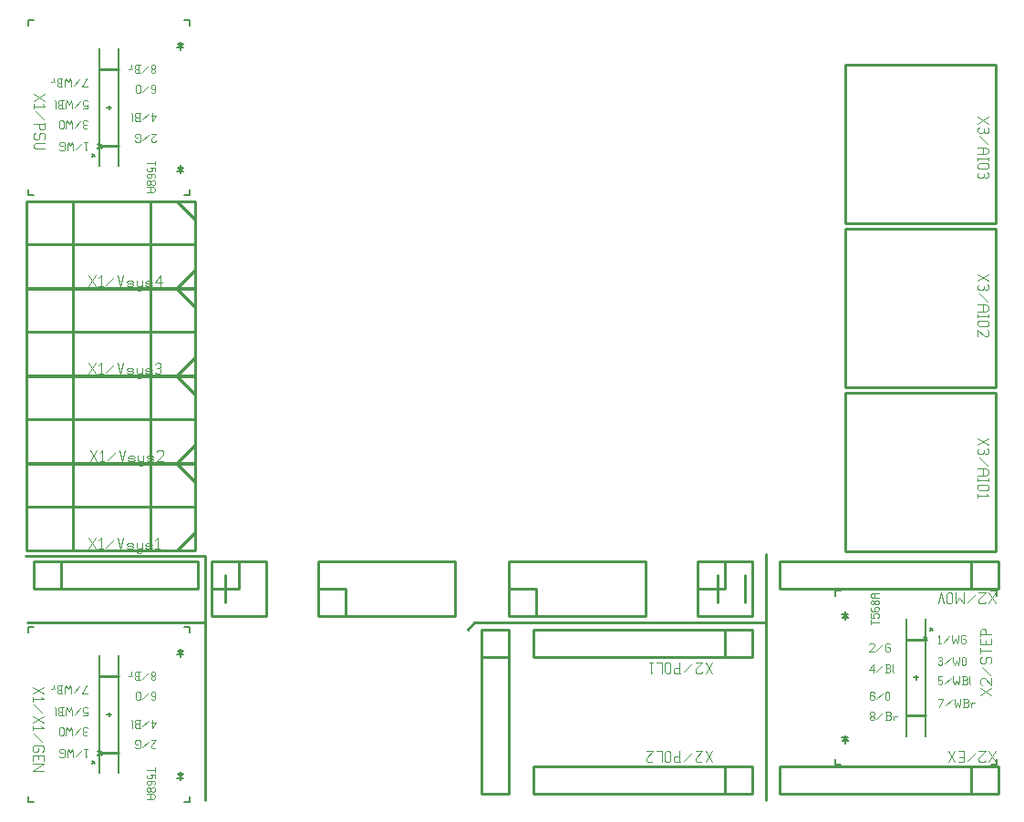
<source format=gbr>
G04 start of page 8 for group -4079 idx -4079 *
G04 Title: (unknown), topsilk *
G04 Creator: pcb 1.99z *
G04 CreationDate: Sat 29 Oct 2016 01:04:31 AM GMT UTC *
G04 For: commonadmin *
G04 Format: Gerber/RS-274X *
G04 PCB-Dimensions (mil): 4000.00 3000.00 *
G04 PCB-Coordinate-Origin: lower left *
%MOIN*%
%FSLAX25Y25*%
%LNTOPSILK*%
%ADD95C,0.0040*%
%ADD94C,0.0030*%
%ADD93C,0.0060*%
%ADD92C,0.0100*%
G54D92*X77500Y93031D02*Y83031D01*
X4500Y100031D02*X70000D01*
Y10531D01*
Y75531D02*X5000D01*
G54D93*X32358Y28705D02*X30783Y27130D01*
Y28705D02*X32358Y27130D01*
G54D92*X257500Y93031D02*Y83031D01*
X267500Y93031D02*Y83031D01*
X275000Y100531D02*Y10531D01*
Y75531D02*X168531D01*
X166000Y73000D01*
G54D93*X32358Y250673D02*X30783Y249098D01*
Y250673D02*X32358Y249098D01*
X332642Y68874D02*X334217Y70449D01*
Y68874D02*X332642Y70449D01*
G54D94*X51726Y22543D02*Y21043D01*
X48726Y21793D02*X51726D01*
Y20143D02*Y18643D01*
X50226Y20143D02*X51726D01*
X50226D02*X50601Y19768D01*
Y19018D01*
X50226Y18643D01*
X49101D02*X50226D01*
X48726Y19018D02*X49101Y18643D01*
X48726Y19768D02*Y19018D01*
X49101Y20143D02*X48726Y19768D01*
X51726Y16618D02*X51351Y16243D01*
X51726Y17368D02*Y16618D01*
X51351Y17743D02*X51726Y17368D01*
X49101Y17743D02*X51351D01*
X49101D02*X48726Y17368D01*
X50376Y16618D02*X50001Y16243D01*
X50376Y17743D02*Y16618D01*
X48726Y17368D02*Y16618D01*
X49101Y16243D01*
X50001D01*
X49101Y15343D02*X48726Y14968D01*
X49101Y15343D02*X49701D01*
X50226Y14818D01*
Y14368D01*
X49701Y13843D01*
X49101D02*X49701D01*
X48726Y14218D02*X49101Y13843D01*
X48726Y14968D02*Y14218D01*
X50751Y15343D02*X50226Y14818D01*
X50751Y15343D02*X51351D01*
X51726Y14968D01*
Y14218D01*
X51351Y13843D01*
X50751D02*X51351D01*
X50226Y14368D02*X50751Y13843D01*
X48726Y12943D02*X50976D01*
X51726Y12418D01*
Y11593D01*
X50976Y11068D01*
X48726D02*X50976D01*
X50226Y12943D02*Y11068D01*
X52220Y29908D02*X51845Y29533D01*
X50720D02*X51845D01*
X50720D02*X50345Y29908D01*
Y30658D02*Y29908D01*
X52220Y32533D02*X50345Y30658D01*
Y32533D02*X52220D01*
X49445Y32158D02*X47195Y29908D01*
X44795Y29533D02*X44420Y29908D01*
X44795Y29533D02*X45920D01*
X46295Y29908D02*X45920Y29533D01*
X46295Y32158D02*Y29908D01*
Y32158D02*X45920Y32533D01*
X44795D02*X45920D01*
X44795D02*X44420Y32158D01*
Y31408D01*
X44795Y31033D02*X44420Y31408D01*
X44795Y31033D02*X45545D01*
X52220Y39066D02*X50720Y37191D01*
X50345Y39066D02*X52220D01*
X50720Y40191D02*Y37191D01*
X49445Y39816D02*X47195Y37566D01*
X44795Y40191D02*X46295D01*
X44795D02*X44420Y39816D01*
Y38916D01*
X44795Y38541D02*X44420Y38916D01*
X44795Y38541D02*X45920D01*
Y40191D02*Y37191D01*
X44795D02*X46295D01*
X44795D02*X44420Y37566D01*
Y38166D02*Y37566D01*
X44795Y38541D02*X44420Y38166D01*
X43520Y39816D02*Y37191D01*
Y39816D02*X43145Y40191D01*
X50702Y47348D02*X50327Y47723D01*
X50702Y47348D02*X51452D01*
X51827Y47723D02*X51452Y47348D01*
X51827Y49973D02*Y47723D01*
Y49973D02*X51452Y50348D01*
X50702Y48698D02*X50327Y49073D01*
X50702Y48698D02*X51827D01*
X50702Y50348D02*X51452D01*
X50702D02*X50327Y49973D01*
Y49073D01*
X49427Y49973D02*X47177Y47723D01*
X46277Y49973D02*Y47723D01*
X45902Y47348D01*
X45152D02*X45902D01*
X45152D02*X44777Y47723D01*
Y49973D02*Y47723D01*
X45152Y50348D02*X44777Y49973D01*
X45152Y50348D02*X45902D01*
X46277Y49973D02*X45902Y50348D01*
X51827Y57237D02*X51452Y57612D01*
X51827Y57237D02*Y56637D01*
X51302Y56112D01*
X50852D02*X51302D01*
X50852D02*X50327Y56637D01*
Y57237D02*Y56637D01*
X50702Y57612D02*X50327Y57237D01*
X50702Y57612D02*X51452D01*
X51827Y55587D02*X51302Y56112D01*
X51827Y55587D02*Y54987D01*
X51452Y54612D01*
X50702D02*X51452D01*
X50702D02*X50327Y54987D01*
Y55587D02*Y54987D01*
X50852Y56112D02*X50327Y55587D01*
X49427Y57237D02*X47177Y54987D01*
X44777Y57612D02*X46277D01*
X44777D02*X44402Y57237D01*
Y56337D01*
X44777Y55962D02*X44402Y56337D01*
X44777Y55962D02*X45902D01*
Y57612D02*Y54612D01*
X44777D02*X46277D01*
X44777D02*X44402Y54987D01*
Y55587D02*Y54987D01*
X44777Y55962D02*X44402Y55587D01*
X43127Y57612D02*Y56487D01*
X42752Y56112D01*
X42002D02*X42752D01*
X43502D02*X43127Y56487D01*
X313274Y76535D02*Y75035D01*
Y75785D02*X316274D01*
X313274Y78935D02*Y77435D01*
X314774D01*
X314399Y77810D01*
Y78560D02*Y77810D01*
Y78560D02*X314774Y78935D01*
X315899D01*
X316274Y78560D02*X315899Y78935D01*
X316274Y78560D02*Y77810D01*
X315899Y77435D02*X316274Y77810D01*
X313274Y80960D02*X313649Y81335D01*
X313274Y80960D02*Y80210D01*
X313649Y79835D02*X313274Y80210D01*
X313649Y79835D02*X315899D01*
X316274Y80210D01*
X314624Y80960D02*X314999Y81335D01*
X314624Y80960D02*Y79835D01*
X316274Y80960D02*Y80210D01*
Y80960D02*X315899Y81335D01*
X314999D02*X315899D01*
Y82235D02*X316274Y82610D01*
X315299Y82235D02*X315899D01*
X315299D02*X314774Y82760D01*
Y83210D02*Y82760D01*
Y83210D02*X315299Y83735D01*
X315899D01*
X316274Y83360D02*X315899Y83735D01*
X316274Y83360D02*Y82610D01*
X314249Y82235D02*X314774Y82760D01*
X313649Y82235D02*X314249D01*
X313649D02*X313274Y82610D01*
Y83360D02*Y82610D01*
Y83360D02*X313649Y83735D01*
X314249D01*
X314774Y83210D02*X314249Y83735D01*
X314024Y84635D02*X316274D01*
X314024D02*X313274Y85160D01*
Y85985D02*Y85160D01*
Y85985D02*X314024Y86510D01*
X316274D01*
X314774D02*Y84635D01*
X337957Y70516D02*X338557Y71116D01*
Y68116D01*
X337957D02*X339082D01*
X339982Y68491D02*X342232Y70741D01*
X343132Y71116D02*Y69616D01*
X343507Y68116D01*
X344257Y69616D01*
X345007Y68116D01*
X345382Y69616D01*
Y71116D02*Y69616D01*
X347782Y71116D02*X348157Y70741D01*
X346657Y71116D02*X347782D01*
X346282Y70741D02*X346657Y71116D01*
X346282Y70741D02*Y68491D01*
X346657Y68116D01*
X347782D01*
X348157Y68491D01*
Y69241D02*Y68491D01*
X347782Y69616D02*X348157Y69241D01*
X347032Y69616D02*X347782D01*
X312780Y67670D02*X313155Y68045D01*
X314280D01*
X314655Y67670D01*
Y66920D01*
X312780Y65045D02*X314655Y66920D01*
X312780Y65045D02*X314655D01*
X315555Y65420D02*X317805Y67670D01*
X320205Y68045D02*X320580Y67670D01*
X319080Y68045D02*X320205D01*
X318705Y67670D02*X319080Y68045D01*
X318705Y67670D02*Y65420D01*
X319080Y65045D01*
X320205D01*
X320580Y65420D01*
Y66170D02*Y65420D01*
X320205Y66545D02*X320580Y66170D01*
X319455Y66545D02*X320205D01*
X338016Y62788D02*X338391Y63163D01*
X339141D01*
X339516Y62788D01*
X339141Y60163D02*X339516Y60538D01*
X338391Y60163D02*X339141D01*
X338016Y60538D02*X338391Y60163D01*
Y61813D02*X339141D01*
X339516Y62788D02*Y62188D01*
Y61438D02*Y60538D01*
Y61438D02*X339141Y61813D01*
X339516Y62188D02*X339141Y61813D01*
X340416Y60538D02*X342666Y62788D01*
X343566Y63163D02*Y61663D01*
X343941Y60163D01*
X344691Y61663D01*
X345441Y60163D01*
X345816Y61663D01*
Y63163D02*Y61663D01*
X346716Y62788D02*Y60538D01*
Y62788D02*X347091Y63163D01*
X347841D01*
X348216Y62788D01*
Y60538D01*
X347841Y60163D02*X348216Y60538D01*
X347091Y60163D02*X347841D01*
X346716Y60538D02*X347091Y60163D01*
X312780Y58513D02*X314280Y60388D01*
X312780Y58513D02*X314655D01*
X314280Y60388D02*Y57388D01*
X315555Y57763D02*X317805Y60013D01*
X318705Y57388D02*X320205D01*
X320580Y57763D01*
Y58663D02*Y57763D01*
X320205Y59038D02*X320580Y58663D01*
X319080Y59038D02*X320205D01*
X319080Y60388D02*Y57388D01*
X318705Y60388D02*X320205D01*
X320580Y60013D01*
Y59413D01*
X320205Y59038D02*X320580Y59413D01*
X321480Y60388D02*Y57763D01*
X321855Y57388D01*
X338016Y55900D02*X339516D01*
X338016D02*Y54400D01*
X338391Y54775D01*
X339141D01*
X339516Y54400D01*
Y53275D01*
X339141Y52900D02*X339516Y53275D01*
X338391Y52900D02*X339141D01*
X338016Y53275D02*X338391Y52900D01*
X340416Y53275D02*X342666Y55525D01*
X343566Y55900D02*Y54400D01*
X343941Y52900D01*
X344691Y54400D01*
X345441Y52900D01*
X345816Y54400D01*
Y55900D02*Y54400D01*
X346716Y52900D02*X348216D01*
X348591Y53275D01*
Y54175D02*Y53275D01*
X348216Y54550D02*X348591Y54175D01*
X347091Y54550D02*X348216D01*
X347091Y55900D02*Y52900D01*
X346716Y55900D02*X348216D01*
X348591Y55525D01*
Y54925D01*
X348216Y54550D02*X348591Y54925D01*
X349491Y55900D02*Y53275D01*
X349866Y52900D01*
X338391Y44848D02*X339891Y47848D01*
X338016D02*X339891D01*
X340791Y45223D02*X343041Y47473D01*
X343941Y47848D02*Y46348D01*
X344316Y44848D01*
X345066Y46348D01*
X345816Y44848D01*
X346191Y46348D01*
Y47848D02*Y46348D01*
X347091Y44848D02*X348591D01*
X348966Y45223D01*
Y46123D02*Y45223D01*
X348591Y46498D02*X348966Y46123D01*
X347466Y46498D02*X348591D01*
X347466Y47848D02*Y44848D01*
X347091Y47848D02*X348591D01*
X348966Y47473D01*
Y46873D01*
X348591Y46498D02*X348966Y46873D01*
X350241Y45973D02*Y44848D01*
Y45973D02*X350616Y46348D01*
X351366D01*
X349866D02*X350241Y45973D01*
X314298Y50230D02*X314673Y49855D01*
X313548Y50230D02*X314298D01*
X313173Y49855D02*X313548Y50230D01*
X313173Y49855D02*Y47605D01*
X313548Y47230D01*
X314298Y48880D02*X314673Y48505D01*
X313173Y48880D02*X314298D01*
X313548Y47230D02*X314298D01*
X314673Y47605D01*
Y48505D02*Y47605D01*
X315573D02*X317823Y49855D01*
X318723D02*Y47605D01*
Y49855D02*X319098Y50230D01*
X319848D01*
X320223Y49855D01*
Y47605D01*
X319848Y47230D02*X320223Y47605D01*
X319098Y47230D02*X319848D01*
X318723Y47605D02*X319098Y47230D01*
X313173Y40342D02*X313548Y39967D01*
X313173Y40942D02*Y40342D01*
Y40942D02*X313698Y41467D01*
X314148D01*
X314673Y40942D01*
Y40342D01*
X314298Y39967D02*X314673Y40342D01*
X313548Y39967D02*X314298D01*
X313173Y41992D02*X313698Y41467D01*
X313173Y42592D02*Y41992D01*
Y42592D02*X313548Y42967D01*
X314298D01*
X314673Y42592D01*
Y41992D01*
X314148Y41467D02*X314673Y41992D01*
X315573Y40342D02*X317823Y42592D01*
X318723Y39967D02*X320223D01*
X320598Y40342D01*
Y41242D02*Y40342D01*
X320223Y41617D02*X320598Y41242D01*
X319098Y41617D02*X320223D01*
X319098Y42967D02*Y39967D01*
X318723Y42967D02*X320223D01*
X320598Y42592D01*
Y41992D01*
X320223Y41617D02*X320598Y41992D01*
X321873Y41092D02*Y39967D01*
Y41092D02*X322248Y41467D01*
X322998D01*
X321498D02*X321873Y41092D01*
X27043Y249031D02*X26443Y248431D01*
Y251431D02*Y248431D01*
X25918Y251431D02*X27043D01*
X25018Y251056D02*X22768Y248806D01*
X21868Y249931D02*Y248431D01*
Y249931D02*X21493Y251431D01*
X20743Y249931D01*
X19993Y251431D01*
X19618Y249931D01*
Y248431D01*
X17218D02*X16843Y248806D01*
X17218Y248431D02*X18343D01*
X18718Y248806D02*X18343Y248431D01*
X18718Y251056D02*Y248806D01*
Y251056D02*X18343Y251431D01*
X17218D02*X18343D01*
X17218D02*X16843Y251056D01*
Y250306D01*
X17218Y249931D02*X16843Y250306D01*
X17218Y249931D02*X17968D01*
X26984Y256759D02*X26609Y256384D01*
X25859D02*X26609D01*
X25859D02*X25484Y256759D01*
X25859Y259384D02*X25484Y259009D01*
X25859Y259384D02*X26609D01*
X26984Y259009D02*X26609Y259384D01*
X25859Y257734D02*X26609D01*
X25484Y257359D02*Y256759D01*
Y259009D02*Y258109D01*
X25859Y257734D01*
X25484Y257359D02*X25859Y257734D01*
X24584Y259009D02*X22334Y256759D01*
X21434Y257884D02*Y256384D01*
Y257884D02*X21059Y259384D01*
X20309Y257884D01*
X19559Y259384D01*
X19184Y257884D01*
Y256384D01*
X18284Y259009D02*Y256759D01*
X17909Y256384D01*
X17159D02*X17909D01*
X17159D02*X16784Y256759D01*
Y259009D02*Y256759D01*
X17159Y259384D02*X16784Y259009D01*
X17159Y259384D02*X17909D01*
X18284Y259009D02*X17909Y259384D01*
X25484Y263648D02*X26984D01*
Y265148D02*Y263648D01*
Y265148D02*X26609Y264773D01*
X25859D02*X26609D01*
X25859D02*X25484Y265148D01*
Y266273D02*Y265148D01*
X25859Y266648D02*X25484Y266273D01*
X25859Y266648D02*X26609D01*
X26984Y266273D02*X26609Y266648D01*
X24584Y266273D02*X22334Y264023D01*
X21434Y265148D02*Y263648D01*
Y265148D02*X21059Y266648D01*
X20309Y265148D01*
X19559Y266648D01*
X19184Y265148D01*
Y263648D01*
X16784Y266648D02*X18284D01*
X16784D02*X16409Y266273D01*
Y265373D01*
X16784Y264998D02*X16409Y265373D01*
X16784Y264998D02*X17909D01*
Y266648D02*Y263648D01*
X16784D02*X18284D01*
X16784D02*X16409Y264023D01*
Y264623D02*Y264023D01*
X16784Y264998D02*X16409Y264623D01*
X15509Y266273D02*Y263648D01*
Y266273D02*X15134Y266648D01*
X51726Y244512D02*Y243012D01*
X48726Y243762D02*X51726D01*
Y242112D02*Y240612D01*
X50226Y242112D02*X51726D01*
X50226D02*X50601Y241737D01*
Y240987D01*
X50226Y240612D01*
X49101D02*X50226D01*
X48726Y240987D02*X49101Y240612D01*
X48726Y241737D02*Y240987D01*
X49101Y242112D02*X48726Y241737D01*
X51726Y238587D02*X51351Y238212D01*
X51726Y239337D02*Y238587D01*
X51351Y239712D02*X51726Y239337D01*
X49101Y239712D02*X51351D01*
X49101D02*X48726Y239337D01*
X50376Y238587D02*X50001Y238212D01*
X50376Y239712D02*Y238587D01*
X48726Y239337D02*Y238587D01*
X49101Y238212D01*
X50001D01*
X49101Y237312D02*X48726Y236937D01*
X49101Y237312D02*X49701D01*
X50226Y236787D01*
Y236337D01*
X49701Y235812D01*
X49101D02*X49701D01*
X48726Y236187D02*X49101Y235812D01*
X48726Y236937D02*Y236187D01*
X50751Y237312D02*X50226Y236787D01*
X50751Y237312D02*X51351D01*
X51726Y236937D01*
Y236187D01*
X51351Y235812D01*
X50751D02*X51351D01*
X50226Y236337D02*X50751Y235812D01*
X48726Y234912D02*X50976D01*
X51726Y234387D01*
Y233562D01*
X50976Y233037D01*
X48726D02*X50976D01*
X50226Y234912D02*Y233037D01*
X52220Y251877D02*X51845Y251502D01*
X50720D02*X51845D01*
X50720D02*X50345Y251877D01*
Y252627D02*Y251877D01*
X52220Y254502D02*X50345Y252627D01*
Y254502D02*X52220D01*
X49445Y254127D02*X47195Y251877D01*
X44795Y251502D02*X44420Y251877D01*
X44795Y251502D02*X45920D01*
X46295Y251877D02*X45920Y251502D01*
X46295Y254127D02*Y251877D01*
Y254127D02*X45920Y254502D01*
X44795D02*X45920D01*
X44795D02*X44420Y254127D01*
Y253377D01*
X44795Y253002D02*X44420Y253377D01*
X44795Y253002D02*X45545D01*
X52220Y261034D02*X50720Y259159D01*
X50345Y261034D02*X52220D01*
X50720Y262159D02*Y259159D01*
X49445Y261784D02*X47195Y259534D01*
X44795Y262159D02*X46295D01*
X44795D02*X44420Y261784D01*
Y260884D01*
X44795Y260509D02*X44420Y260884D01*
X44795Y260509D02*X45920D01*
Y262159D02*Y259159D01*
X44795D02*X46295D01*
X44795D02*X44420Y259534D01*
Y260134D02*Y259534D01*
X44795Y260509D02*X44420Y260134D01*
X43520Y261784D02*Y259159D01*
Y261784D02*X43145Y262159D01*
X50702Y269317D02*X50327Y269692D01*
X50702Y269317D02*X51452D01*
X51827Y269692D02*X51452Y269317D01*
X51827Y271942D02*Y269692D01*
Y271942D02*X51452Y272317D01*
X50702Y270667D02*X50327Y271042D01*
X50702Y270667D02*X51827D01*
X50702Y272317D02*X51452D01*
X50702D02*X50327Y271942D01*
Y271042D01*
X49427Y271942D02*X47177Y269692D01*
X46277Y271942D02*Y269692D01*
X45902Y269317D01*
X45152D02*X45902D01*
X45152D02*X44777Y269692D01*
Y271942D02*Y269692D01*
X45152Y272317D02*X44777Y271942D01*
X45152Y272317D02*X45902D01*
X46277Y271942D02*X45902Y272317D01*
X26609Y274699D02*X25109Y271699D01*
X26984D01*
X24209Y274324D02*X21959Y272074D01*
X21059Y273199D02*Y271699D01*
Y273199D02*X20684Y274699D01*
X19934Y273199D01*
X19184Y274699D01*
X18809Y273199D01*
Y271699D01*
X16409Y274699D02*X17909D01*
X16409D02*X16034Y274324D01*
Y273424D01*
X16409Y273049D02*X16034Y273424D01*
X16409Y273049D02*X17534D01*
Y274699D02*Y271699D01*
X16409D02*X17909D01*
X16409D02*X16034Y272074D01*
Y272674D02*Y272074D01*
X16409Y273049D02*X16034Y272674D01*
X14759Y274699D02*Y273574D01*
X14384Y273199D01*
X13634D02*X14384D01*
X15134D02*X14759Y273574D01*
X51827Y279206D02*X51452Y279581D01*
X51827Y279206D02*Y278606D01*
X51302Y278081D01*
X50852D02*X51302D01*
X50852D02*X50327Y278606D01*
Y279206D02*Y278606D01*
X50702Y279581D02*X50327Y279206D01*
X50702Y279581D02*X51452D01*
X51827Y277556D02*X51302Y278081D01*
X51827Y277556D02*Y276956D01*
X51452Y276581D01*
X50702D02*X51452D01*
X50702D02*X50327Y276956D01*
Y277556D02*Y276956D01*
X50852Y278081D02*X50327Y277556D01*
X49427Y279206D02*X47177Y276956D01*
X44777Y279581D02*X46277D01*
X44777D02*X44402Y279206D01*
Y278306D01*
X44777Y277931D02*X44402Y278306D01*
X44777Y277931D02*X45902D01*
Y279581D02*Y276581D01*
X44777D02*X46277D01*
X44777D02*X44402Y276956D01*
Y277556D02*Y276956D01*
X44777Y277931D02*X44402Y277556D01*
X43127Y279581D02*Y278456D01*
X42752Y278081D01*
X42002D02*X42752D01*
X43502D02*X43127Y278456D01*
X27043Y27063D02*X26443Y26463D01*
Y29463D02*Y26463D01*
X25918Y29463D02*X27043D01*
X25018Y29088D02*X22768Y26838D01*
X21868Y27963D02*Y26463D01*
Y27963D02*X21493Y29463D01*
X20743Y27963D01*
X19993Y29463D01*
X19618Y27963D01*
Y26463D01*
X17218D02*X16843Y26838D01*
X17218Y26463D02*X18343D01*
X18718Y26838D02*X18343Y26463D01*
X18718Y29088D02*Y26838D01*
Y29088D02*X18343Y29463D01*
X17218D02*X18343D01*
X17218D02*X16843Y29088D01*
Y28338D01*
X17218Y27963D02*X16843Y28338D01*
X17218Y27963D02*X17968D01*
X26984Y34790D02*X26609Y34415D01*
X25859D02*X26609D01*
X25859D02*X25484Y34790D01*
X25859Y37415D02*X25484Y37040D01*
X25859Y37415D02*X26609D01*
X26984Y37040D02*X26609Y37415D01*
X25859Y35765D02*X26609D01*
X25484Y35390D02*Y34790D01*
Y37040D02*Y36140D01*
X25859Y35765D01*
X25484Y35390D02*X25859Y35765D01*
X24584Y37040D02*X22334Y34790D01*
X21434Y35915D02*Y34415D01*
Y35915D02*X21059Y37415D01*
X20309Y35915D01*
X19559Y37415D01*
X19184Y35915D01*
Y34415D01*
X18284Y37040D02*Y34790D01*
X17909Y34415D01*
X17159D02*X17909D01*
X17159D02*X16784Y34790D01*
Y37040D02*Y34790D01*
X17159Y37415D02*X16784Y37040D01*
X17159Y37415D02*X17909D01*
X18284Y37040D02*X17909Y37415D01*
X25484Y41679D02*X26984D01*
Y43179D02*Y41679D01*
Y43179D02*X26609Y42804D01*
X25859D02*X26609D01*
X25859D02*X25484Y43179D01*
Y44304D02*Y43179D01*
X25859Y44679D02*X25484Y44304D01*
X25859Y44679D02*X26609D01*
X26984Y44304D02*X26609Y44679D01*
X24584Y44304D02*X22334Y42054D01*
X21434Y43179D02*Y41679D01*
Y43179D02*X21059Y44679D01*
X20309Y43179D01*
X19559Y44679D01*
X19184Y43179D01*
Y41679D01*
X16784Y44679D02*X18284D01*
X16784D02*X16409Y44304D01*
Y43404D01*
X16784Y43029D02*X16409Y43404D01*
X16784Y43029D02*X17909D01*
Y44679D02*Y41679D01*
X16784D02*X18284D01*
X16784D02*X16409Y42054D01*
Y42654D02*Y42054D01*
X16784Y43029D02*X16409Y42654D01*
X15509Y44304D02*Y41679D01*
Y44304D02*X15134Y44679D01*
X26609Y52730D02*X25109Y49730D01*
X26984D01*
X24209Y52355D02*X21959Y50105D01*
X21059Y51230D02*Y49730D01*
Y51230D02*X20684Y52730D01*
X19934Y51230D01*
X19184Y52730D01*
X18809Y51230D01*
Y49730D01*
X16409Y52730D02*X17909D01*
X16409D02*X16034Y52355D01*
Y51455D01*
X16409Y51080D02*X16034Y51455D01*
X16409Y51080D02*X17534D01*
Y52730D02*Y49730D01*
X16409D02*X17909D01*
X16409D02*X16034Y50105D01*
Y50705D02*Y50105D01*
X16409Y51080D02*X16034Y50705D01*
X14759Y52730D02*Y51605D01*
X14384Y51230D01*
X13634D02*X14384D01*
X15134D02*X14759Y51605D01*
G54D92*X72500Y98031D02*Y78031D01*
X92500D01*
Y98031D01*
X72500D01*
Y88031D02*X82500D01*
Y98031D01*
X7500Y88031D02*X67500D01*
Y98031D02*Y88031D01*
X7500Y98031D02*X67500D01*
X7500D02*Y88031D01*
X17500Y98031D02*Y88031D01*
X7500Y98031D02*X17500D01*
X4724Y165780D02*Y133890D01*
X66535D01*
Y165780D02*Y133890D01*
X4724Y165780D02*X66535D01*
X59843D02*X66535Y159087D01*
X59843Y133890D02*X66535Y140583D01*
X21654Y165780D02*Y133890D01*
X50000Y165780D02*Y133890D01*
X4724Y150031D02*X66535D01*
X4724Y133780D02*Y101890D01*
X66535D01*
Y133780D02*Y101890D01*
X4724Y133780D02*X66535D01*
X59843D02*X66535Y127087D01*
X59843Y101890D02*X66535Y108583D01*
X21654Y133780D02*Y101890D01*
X50000Y133780D02*Y101890D01*
X4724Y118031D02*X66535D01*
G54D93*X28898Y24921D02*X29882Y23937D01*
Y24921D02*X28898Y23937D01*
X60984Y66063D02*Y65276D01*
Y63898D02*Y63110D01*
X59803Y63898D02*X62165D01*
X60000Y65276D02*X61969D01*
X60984Y64291D02*X60000Y65276D01*
X61969D02*X60984Y64291D01*
Y20984D02*Y20197D01*
Y18819D02*Y18031D01*
X59803Y18819D02*X62165D01*
X60000Y20197D02*X61969D01*
X60984Y19213D02*X60000Y20197D01*
X61969D02*X60984Y19213D01*
X64528Y12126D02*Y10157D01*
X62559D02*X64528D01*
Y73937D02*Y71969D01*
X62559Y73937D02*X64528D01*
X5472Y12126D02*Y10157D01*
X7441D01*
X5472Y73937D02*Y71969D01*
Y73937D02*X7441D01*
X34213Y42047D02*X35787D01*
X35000Y42835D02*Y41260D01*
X38543Y63701D02*Y20591D01*
X31457Y63701D02*Y20591D01*
G54D92*Y56024D02*X38543D01*
X31457Y28071D02*X38543D01*
X250000Y98031D02*Y78031D01*
X270000D01*
Y98031D01*
X250000D01*
Y88031D02*X260000D01*
Y98031D01*
X181000Y78031D02*X231000D01*
Y98031D02*Y78031D01*
X181000Y98031D02*X231000D01*
X181000D02*Y78031D01*
X191000Y88031D02*Y78031D01*
X181000Y88031D02*X191000D01*
X190000Y73031D02*X270000D01*
X190000D02*Y63031D01*
X270000D01*
Y73031D02*Y63031D01*
X260000Y73031D02*Y63031D01*
X270000D01*
X171000Y73031D02*Y13031D01*
X181000D01*
Y73031D01*
X171000D01*
Y63031D02*X181000D01*
Y73031D01*
X111500Y78031D02*X161500D01*
Y98031D02*Y78031D01*
X111500Y98031D02*X161500D01*
X111500D02*Y78031D01*
X121500Y88031D02*Y78031D01*
X111500Y88031D02*X121500D01*
X280000Y23031D02*X360000D01*
X280000D02*Y13031D01*
X360000D01*
Y23031D02*Y13031D01*
X350000Y23031D02*Y13031D01*
X360000D01*
X190000Y23031D02*X270000D01*
X190000D02*Y13031D01*
X270000D01*
Y23031D02*Y13031D01*
X260000Y23031D02*Y13031D01*
X270000D01*
X280000Y98031D02*X360000D01*
X280000D02*Y88031D01*
X360000D01*
Y98031D02*Y88031D01*
X350000Y98031D02*Y88031D01*
X360000D01*
G54D93*X336102Y72657D02*X335118Y73642D01*
Y72657D02*X336102Y73642D01*
X304016Y32303D02*Y31516D01*
Y34469D02*Y33681D01*
X302835D02*X305197D01*
X303031Y32303D02*X305000D01*
X304016Y33287D02*X305000Y32303D01*
X303031D02*X304016Y33287D01*
Y77382D02*Y76594D01*
Y79547D02*Y78760D01*
X302835D02*X305197D01*
X303031Y77382D02*X305000D01*
X304016Y78366D02*X305000Y77382D01*
X303031D02*X304016Y78366D01*
X300472Y87421D02*Y85453D01*
Y87421D02*X302441D01*
X300472Y25610D02*Y23642D01*
X302441D01*
X359528Y87421D02*Y85453D01*
X357559Y87421D02*X359528D01*
Y25610D02*Y23642D01*
X357559D02*X359528D01*
X329213Y55531D02*X330787D01*
X330000Y56319D02*Y54744D01*
X326457Y76988D02*Y33878D01*
X333543Y76988D02*Y33878D01*
G54D92*X326457Y41555D02*X333543D01*
X326457Y69508D02*X333543D01*
X304000Y159531D02*X359000D01*
Y101531D01*
X304000D02*X359000D01*
X304000Y159531D02*Y101531D01*
X4724Y197780D02*Y165890D01*
X66535D01*
Y197780D02*Y165890D01*
X4724Y197780D02*X66535D01*
X59843D02*X66535Y191087D01*
X59843Y165890D02*X66535Y172583D01*
X21654Y197780D02*Y165890D01*
X50000Y197780D02*Y165890D01*
X4724Y182031D02*X66535D01*
X4724Y229780D02*Y197890D01*
X66535D01*
Y229780D02*Y197890D01*
X4724Y229780D02*X66535D01*
X59843D02*X66535Y223087D01*
X59843Y197890D02*X66535Y204583D01*
X21654Y229780D02*Y197890D01*
X50000Y229780D02*Y197890D01*
X4724Y214031D02*X66535D01*
X304000Y279531D02*X359000D01*
Y221531D01*
X304000D02*X359000D01*
X304000Y279531D02*Y221531D01*
Y219531D02*X359000D01*
Y161531D01*
X304000D02*X359000D01*
X304000Y219531D02*Y161531D01*
G54D93*X28898Y246890D02*X29882Y245906D01*
Y246890D02*X28898Y245906D01*
X60984Y288031D02*Y287244D01*
Y285866D02*Y285079D01*
X59803Y285866D02*X62165D01*
X60000Y287244D02*X61969D01*
X60984Y286260D02*X60000Y287244D01*
X61969D02*X60984Y286260D01*
Y242953D02*Y242165D01*
Y240787D02*Y240000D01*
X59803Y240787D02*X62165D01*
X60000Y242165D02*X61969D01*
X60984Y241181D02*X60000Y242165D01*
X61969D02*X60984Y241181D01*
X64528Y234094D02*Y232126D01*
X62559D02*X64528D01*
Y295906D02*Y293937D01*
X62559Y295906D02*X64528D01*
X5472Y234094D02*Y232126D01*
X7441D01*
X5472Y295906D02*Y293937D01*
Y295906D02*X7441D01*
X34213Y264016D02*X35787D01*
X35000Y264803D02*Y263228D01*
X38543Y285669D02*Y242559D01*
X31457Y285669D02*Y242559D01*
G54D92*Y277992D02*X38543D01*
X31457Y250039D02*X38543D01*
G54D95*X7500Y269016D02*X11500Y266516D01*
Y269016D02*X7500Y266516D01*
X10700Y265316D02*X11500Y264516D01*
X7500D02*X11500D01*
X7500Y265316D02*Y263816D01*
X8000Y262616D02*X11000Y259616D01*
X7500Y257916D02*X11500D01*
Y258416D02*Y256416D01*
X11000Y255916D01*
X10000D02*X11000D01*
X9500Y256416D02*X10000Y255916D01*
X9500Y257916D02*Y256416D01*
X11500Y252716D02*X11000Y252216D01*
X11500Y254216D02*Y252716D01*
X11000Y254716D02*X11500Y254216D01*
X10000Y254716D02*X11000D01*
X10000D02*X9500Y254216D01*
Y252716D01*
X9000Y252216D01*
X8000D02*X9000D01*
X7500Y252716D02*X8000Y252216D01*
X7500Y254216D02*Y252716D01*
X8000Y254716D02*X7500Y254216D01*
X8000Y251016D02*X11500D01*
X8000D02*X7500Y250516D01*
Y249516D01*
X8000Y249016D01*
X11500D01*
X27500Y198531D02*X30000Y202531D01*
X27500D02*X30000Y198531D01*
X31200Y201731D02*X32000Y202531D01*
Y198531D01*
X31200D02*X32700D01*
X33900Y199031D02*X36900Y202031D01*
X38100Y202531D02*X39100Y198531D01*
X40100Y202531D01*
X41800Y198531D02*X43300D01*
X43800Y199031D01*
X43300Y199531D02*X43800Y199031D01*
X41800Y199531D02*X43300D01*
X41300Y200031D02*X41800Y199531D01*
X41300Y200031D02*X41800Y200531D01*
X43300D01*
X43800Y200031D01*
X41300Y199031D02*X41800Y198531D01*
X45000Y200531D02*Y199031D01*
X45500Y198531D01*
X47000Y200531D02*Y197531D01*
X46500Y197031D02*X47000Y197531D01*
X45500Y197031D02*X46500D01*
X45000Y197531D02*X45500Y197031D01*
Y198531D02*X46500D01*
X47000Y199031D01*
X48700Y198531D02*X50200D01*
X50700Y199031D01*
X50200Y199531D02*X50700Y199031D01*
X48700Y199531D02*X50200D01*
X48200Y200031D02*X48700Y199531D01*
X48200Y200031D02*X48700Y200531D01*
X50200D01*
X50700Y200031D01*
X48200Y199031D02*X48700Y198531D01*
X51900Y200031D02*X53900Y202531D01*
X51900Y200031D02*X54400D01*
X53900Y202531D02*Y198531D01*
X352500Y260531D02*X356500Y258031D01*
Y260531D02*X352500Y258031D01*
X356000Y256831D02*X356500Y256331D01*
Y255331D01*
X356000Y254831D01*
X352500Y255331D02*X353000Y254831D01*
X352500Y256331D02*Y255331D01*
X353000Y256831D02*X352500Y256331D01*
X354700D02*Y255331D01*
X355200Y254831D02*X356000D01*
X353000D02*X354200D01*
X354700Y255331D01*
X355200Y254831D02*X354700Y255331D01*
X353000Y253631D02*X356000Y250631D01*
X352500Y249431D02*X355500D01*
X356500Y248731D01*
Y247631D01*
X355500Y246931D01*
X352500D02*X355500D01*
X354500Y249431D02*Y246931D01*
X356500Y245731D02*Y244731D01*
X352500Y245231D02*X356500D01*
X352500Y245731D02*Y244731D01*
X353000Y243531D02*X356000D01*
X356500Y243031D01*
Y242031D01*
X356000Y241531D01*
X353000D02*X356000D01*
X352500Y242031D02*X353000Y241531D01*
X352500Y243031D02*Y242031D01*
X353000Y243531D02*X352500Y243031D01*
X356000Y240331D02*X356500Y239831D01*
Y238831D01*
X356000Y238331D01*
X352500Y238831D02*X353000Y238331D01*
X352500Y239831D02*Y238831D01*
X353000Y240331D02*X352500Y239831D01*
X354700D02*Y238831D01*
X355200Y238331D02*X356000D01*
X353000D02*X354200D01*
X354700Y238831D01*
X355200Y238331D02*X354700Y238831D01*
X352500Y203031D02*X356500Y200531D01*
Y203031D02*X352500Y200531D01*
X356000Y199331D02*X356500Y198831D01*
Y197831D01*
X356000Y197331D01*
X352500Y197831D02*X353000Y197331D01*
X352500Y198831D02*Y197831D01*
X353000Y199331D02*X352500Y198831D01*
X354700D02*Y197831D01*
X355200Y197331D02*X356000D01*
X353000D02*X354200D01*
X354700Y197831D01*
X355200Y197331D02*X354700Y197831D01*
X353000Y196131D02*X356000Y193131D01*
X352500Y191931D02*X355500D01*
X356500Y191231D01*
Y190131D01*
X355500Y189431D01*
X352500D02*X355500D01*
X354500Y191931D02*Y189431D01*
X356500Y188231D02*Y187231D01*
X352500Y187731D02*X356500D01*
X352500Y188231D02*Y187231D01*
X353000Y186031D02*X356000D01*
X356500Y185531D01*
Y184531D01*
X356000Y184031D01*
X353000D02*X356000D01*
X352500Y184531D02*X353000Y184031D01*
X352500Y185531D02*Y184531D01*
X353000Y186031D02*X352500Y185531D01*
X356000Y182831D02*X356500Y182331D01*
Y180831D01*
X356000Y180331D01*
X355000D02*X356000D01*
X352500Y182831D02*X355000Y180331D01*
X352500Y182831D02*Y180331D01*
X28000Y134531D02*X30500Y138531D01*
X28000D02*X30500Y134531D01*
X31700Y137731D02*X32500Y138531D01*
Y134531D01*
X31700D02*X33200D01*
X34400Y135031D02*X37400Y138031D01*
X38600Y138531D02*X39600Y134531D01*
X40600Y138531D01*
X42300Y134531D02*X43800D01*
X44300Y135031D01*
X43800Y135531D02*X44300Y135031D01*
X42300Y135531D02*X43800D01*
X41800Y136031D02*X42300Y135531D01*
X41800Y136031D02*X42300Y136531D01*
X43800D01*
X44300Y136031D01*
X41800Y135031D02*X42300Y134531D01*
X45500Y136531D02*Y135031D01*
X46000Y134531D01*
X47500Y136531D02*Y133531D01*
X47000Y133031D02*X47500Y133531D01*
X46000Y133031D02*X47000D01*
X45500Y133531D02*X46000Y133031D01*
Y134531D02*X47000D01*
X47500Y135031D01*
X49200Y134531D02*X50700D01*
X51200Y135031D01*
X50700Y135531D02*X51200Y135031D01*
X49200Y135531D02*X50700D01*
X48700Y136031D02*X49200Y135531D01*
X48700Y136031D02*X49200Y136531D01*
X50700D01*
X51200Y136031D01*
X48700Y135031D02*X49200Y134531D01*
X52400Y138031D02*X52900Y138531D01*
X54400D01*
X54900Y138031D01*
Y137031D01*
X52400Y134531D02*X54900Y137031D01*
X52400Y134531D02*X54900D01*
X27500Y166531D02*X30000Y170531D01*
X27500D02*X30000Y166531D01*
X31200Y169731D02*X32000Y170531D01*
Y166531D01*
X31200D02*X32700D01*
X33900Y167031D02*X36900Y170031D01*
X38100Y170531D02*X39100Y166531D01*
X40100Y170531D01*
X41800Y166531D02*X43300D01*
X43800Y167031D01*
X43300Y167531D02*X43800Y167031D01*
X41800Y167531D02*X43300D01*
X41300Y168031D02*X41800Y167531D01*
X41300Y168031D02*X41800Y168531D01*
X43300D01*
X43800Y168031D01*
X41300Y167031D02*X41800Y166531D01*
X45000Y168531D02*Y167031D01*
X45500Y166531D01*
X47000Y168531D02*Y165531D01*
X46500Y165031D02*X47000Y165531D01*
X45500Y165031D02*X46500D01*
X45000Y165531D02*X45500Y165031D01*
Y166531D02*X46500D01*
X47000Y167031D01*
X48700Y166531D02*X50200D01*
X50700Y167031D01*
X50200Y167531D02*X50700Y167031D01*
X48700Y167531D02*X50200D01*
X48200Y168031D02*X48700Y167531D01*
X48200Y168031D02*X48700Y168531D01*
X50200D01*
X50700Y168031D01*
X48200Y167031D02*X48700Y166531D01*
X51900Y170031D02*X52400Y170531D01*
X53400D01*
X53900Y170031D01*
X53400Y166531D02*X53900Y167031D01*
X52400Y166531D02*X53400D01*
X51900Y167031D02*X52400Y166531D01*
Y168731D02*X53400D01*
X53900Y170031D02*Y169231D01*
Y168231D02*Y167031D01*
Y168231D02*X53400Y168731D01*
X53900Y169231D02*X53400Y168731D01*
X27500Y102531D02*X30000Y106531D01*
X27500D02*X30000Y102531D01*
X31200Y105731D02*X32000Y106531D01*
Y102531D01*
X31200D02*X32700D01*
X33900Y103031D02*X36900Y106031D01*
X38100Y106531D02*X39100Y102531D01*
X40100Y106531D01*
X41800Y102531D02*X43300D01*
X43800Y103031D01*
X43300Y103531D02*X43800Y103031D01*
X41800Y103531D02*X43300D01*
X41300Y104031D02*X41800Y103531D01*
X41300Y104031D02*X41800Y104531D01*
X43300D01*
X43800Y104031D01*
X41300Y103031D02*X41800Y102531D01*
X45000Y104531D02*Y103031D01*
X45500Y102531D01*
X47000Y104531D02*Y101531D01*
X46500Y101031D02*X47000Y101531D01*
X45500Y101031D02*X46500D01*
X45000Y101531D02*X45500Y101031D01*
Y102531D02*X46500D01*
X47000Y103031D01*
X48700Y102531D02*X50200D01*
X50700Y103031D01*
X50200Y103531D02*X50700Y103031D01*
X48700Y103531D02*X50200D01*
X48200Y104031D02*X48700Y103531D01*
X48200Y104031D02*X48700Y104531D01*
X50200D01*
X50700Y104031D01*
X48200Y103031D02*X48700Y102531D01*
X51900Y105731D02*X52700Y106531D01*
Y102531D01*
X51900D02*X53400D01*
X7000Y52047D02*X11000Y49547D01*
Y52047D02*X7000Y49547D01*
X10200Y48347D02*X11000Y47547D01*
X7000D02*X11000D01*
X7000Y48347D02*Y46847D01*
X7500Y45647D02*X10500Y42647D01*
X7000Y41447D02*X11000Y38947D01*
Y41447D02*X7000Y38947D01*
X10200Y37747D02*X11000Y36947D01*
X7000D02*X11000D01*
X7000Y37747D02*Y36247D01*
X7500Y35047D02*X10500Y32047D01*
X11000Y28847D02*X10500Y28347D01*
X11000Y30347D02*Y28847D01*
X10500Y30847D02*X11000Y30347D01*
X7500Y30847D02*X10500D01*
X7500D02*X7000Y30347D01*
Y28847D01*
X7500Y28347D01*
X8500D01*
X9000Y28847D02*X8500Y28347D01*
X9000Y29847D02*Y28847D01*
X9200Y27147D02*Y25647D01*
X7000Y27147D02*Y25147D01*
Y27147D02*X11000D01*
Y25147D01*
X7000Y23947D02*X11000D01*
X7000Y21447D01*
X11000D01*
X359000Y86531D02*X356500Y82531D01*
X359000D02*X356500Y86531D01*
X355300Y83031D02*X354800Y82531D01*
X353300D02*X354800D01*
X353300D02*X352800Y83031D01*
Y84031D02*Y83031D01*
X355300Y86531D02*X352800Y84031D01*
Y86531D02*X355300D01*
X351600Y86031D02*X348600Y83031D01*
X347400Y86531D02*Y82531D01*
X345900Y84531D01*
X344400Y82531D01*
Y86531D02*Y82531D01*
X343200Y86031D02*Y83031D01*
X342700Y82531D01*
X341700D02*X342700D01*
X341700D02*X341200Y83031D01*
Y86031D02*Y83031D01*
X341700Y86531D02*X341200Y86031D01*
X341700Y86531D02*X342700D01*
X343200Y86031D02*X342700Y86531D01*
X340000Y82531D02*X339000Y86531D01*
X338000Y82531D01*
X357500Y49031D02*X353500Y51531D01*
Y49031D02*X357500Y51531D01*
X354000Y52732D02*X353500Y53232D01*
Y54732D02*Y53232D01*
Y54732D02*X354000Y55232D01*
X355000D01*
X357500Y52732D02*X355000Y55232D01*
X357500D02*Y52732D01*
X357000Y56432D02*X354000Y59432D01*
X353500Y62632D02*X354000Y63132D01*
X353500Y62632D02*Y61132D01*
X354000Y60632D02*X353500Y61132D01*
X354000Y60632D02*X355000D01*
X355500Y61132D01*
Y62632D02*Y61132D01*
Y62632D02*X356000Y63132D01*
X357000D01*
X357500Y62632D02*X357000Y63132D01*
X357500Y62632D02*Y61132D01*
X357000Y60632D02*X357500Y61132D01*
X353500Y66332D02*Y64332D01*
Y65332D02*X357500D01*
X355300Y69032D02*Y67532D01*
X357500Y69532D02*Y67532D01*
X353500D02*X357500D01*
X353500Y69532D02*Y67532D01*
Y71232D02*X357500D01*
X353500Y72732D02*Y70732D01*
Y72732D02*X354000Y73232D01*
X355000D01*
X355500Y72732D02*X355000Y73232D01*
X355500Y72732D02*Y71232D01*
X352500Y143031D02*X356500Y140531D01*
Y143031D02*X352500Y140531D01*
X356000Y139331D02*X356500Y138831D01*
Y137831D01*
X356000Y137331D01*
X352500Y137831D02*X353000Y137331D01*
X352500Y138831D02*Y137831D01*
X353000Y139331D02*X352500Y138831D01*
X354700D02*Y137831D01*
X355200Y137331D02*X356000D01*
X353000D02*X354200D01*
X354700Y137831D01*
X355200Y137331D02*X354700Y137831D01*
X353000Y136131D02*X356000Y133131D01*
X352500Y131931D02*X355500D01*
X356500Y131231D01*
Y130131D01*
X355500Y129431D01*
X352500D02*X355500D01*
X354500Y131931D02*Y129431D01*
X356500Y128231D02*Y127231D01*
X352500Y127731D02*X356500D01*
X352500Y128231D02*Y127231D01*
X353000Y126031D02*X356000D01*
X356500Y125531D01*
Y124531D01*
X356000Y124031D01*
X353000D02*X356000D01*
X352500Y124531D02*X353000Y124031D01*
X352500Y125531D02*Y124531D01*
X353000Y126031D02*X352500Y125531D01*
X355700Y122831D02*X356500Y122031D01*
X352500D02*X356500D01*
X352500Y122831D02*Y121331D01*
X359000Y28531D02*X356500Y24531D01*
X359000D02*X356500Y28531D01*
X355300Y25031D02*X354800Y24531D01*
X353300D02*X354800D01*
X353300D02*X352800Y25031D01*
Y26031D02*Y25031D01*
X355300Y28531D02*X352800Y26031D01*
Y28531D02*X355300D01*
X351600Y28031D02*X348600Y25031D01*
X345900Y26331D02*X347400D01*
X345400Y28531D02*X347400D01*
Y24531D01*
X345400D02*X347400D01*
X344200Y28531D02*X341700Y24531D01*
X344200D02*X341700Y28531D01*
X255500D02*X253000Y24531D01*
X255500D02*X253000Y28531D01*
X251800Y25031D02*X251300Y24531D01*
X249800D02*X251300D01*
X249800D02*X249300Y25031D01*
Y26031D02*Y25031D01*
X251800Y28531D02*X249300Y26031D01*
Y28531D02*X251800D01*
X248100Y28031D02*X245100Y25031D01*
X243400Y28531D02*Y24531D01*
X241900D02*X243900D01*
X241900D02*X241400Y25031D01*
Y26031D02*Y25031D01*
X241900Y26531D02*X241400Y26031D01*
X241900Y26531D02*X243400D01*
X240200Y28031D02*Y25031D01*
X239700Y24531D01*
X238700D02*X239700D01*
X238700D02*X238200Y25031D01*
Y28031D02*Y25031D01*
X238700Y28531D02*X238200Y28031D01*
X238700Y28531D02*X239700D01*
X240200Y28031D02*X239700Y28531D01*
X237000D02*Y24531D01*
X235000Y28531D02*X237000D01*
X233800Y25031D02*X233300Y24531D01*
X231800D02*X233300D01*
X231800D02*X231300Y25031D01*
Y26031D02*Y25031D01*
X233800Y28531D02*X231300Y26031D01*
Y28531D02*X233800D01*
X255500Y61031D02*X253000Y57031D01*
X255500D02*X253000Y61031D01*
X251800Y57531D02*X251300Y57031D01*
X249800D02*X251300D01*
X249800D02*X249300Y57531D01*
Y58531D02*Y57531D01*
X251800Y61031D02*X249300Y58531D01*
Y61031D02*X251800D01*
X248100Y60531D02*X245100Y57531D01*
X243400Y61031D02*Y57031D01*
X241900D02*X243900D01*
X241900D02*X241400Y57531D01*
Y58531D02*Y57531D01*
X241900Y59031D02*X241400Y58531D01*
X241900Y59031D02*X243400D01*
X240200Y60531D02*Y57531D01*
X239700Y57031D01*
X238700D02*X239700D01*
X238700D02*X238200Y57531D01*
Y60531D02*Y57531D01*
X238700Y61031D02*X238200Y60531D01*
X238700Y61031D02*X239700D01*
X240200Y60531D02*X239700Y61031D01*
X237000D02*Y57031D01*
X235000Y61031D02*X237000D01*
X233800Y57831D02*X233000Y57031D01*
Y61031D02*Y57031D01*
X232300Y61031D02*X233800D01*
M02*

</source>
